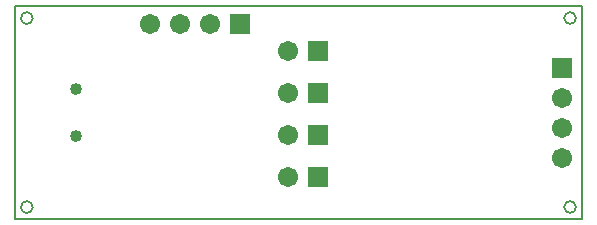
<source format=gbs>
%FSLAX25Y25*%
%MOIN*%
G70*
G01*
G75*
G04 Layer_Color=16711935*
%ADD10R,0.02756X0.03347*%
%ADD11O,0.08661X0.02362*%
%ADD12R,0.05118X0.03937*%
%ADD13R,0.02362X0.02362*%
%ADD14R,0.03347X0.02756*%
%ADD15R,0.01800X0.01200*%
%ADD16R,0.03400X0.01200*%
%ADD17R,0.01200X0.03400*%
%ADD18R,0.10236X0.10236*%
%ADD19R,0.07480X0.05512*%
%ADD20R,0.05315X0.01654*%
%ADD21R,0.02362X0.02362*%
%ADD22C,0.01000*%
%ADD23C,0.02000*%
%ADD24C,0.03000*%
%ADD25C,0.00800*%
%ADD26R,0.11500X0.04000*%
%ADD27R,0.07000X0.01500*%
%ADD28C,0.00500*%
%ADD29R,0.05906X0.05906*%
%ADD30C,0.05906*%
%ADD31R,0.05906X0.05906*%
%ADD32C,0.03228*%
%ADD33C,0.02000*%
%ADD34C,0.03000*%
%ADD35C,0.00984*%
%ADD36C,0.02362*%
%ADD37C,0.00600*%
%ADD38C,0.00787*%
%ADD39R,0.03556X0.04147*%
%ADD40O,0.09461X0.03162*%
%ADD41R,0.05918X0.04737*%
%ADD42R,0.03162X0.03162*%
%ADD43R,0.04147X0.03556*%
%ADD44R,0.02600X0.02000*%
%ADD45R,0.04400X0.02200*%
%ADD46R,0.02200X0.04400*%
%ADD47R,0.11236X0.11236*%
%ADD48R,0.08280X0.06312*%
%ADD49R,0.06115X0.02454*%
%ADD50R,0.03162X0.03162*%
%ADD51R,0.06706X0.06706*%
%ADD52C,0.06706*%
%ADD53R,0.06706X0.06706*%
%ADD54C,0.04028*%
D28*
X181008Y54063D02*
G03*
X181008Y54063I-1969J0D01*
G01*
Y-8929D02*
G03*
X181008Y-8929I-1969J0D01*
G01*
X-94D02*
G03*
X-94Y-8929I-1969J0D01*
G01*
Y54063D02*
G03*
X-94Y54063I-1969J0D01*
G01*
X-6000Y-12866D02*
X182976D01*
Y58000D01*
X-6000D02*
X182976D01*
X-6000Y-12866D02*
Y58000D01*
D51*
X176500Y37500D02*
D03*
D52*
Y27500D02*
D03*
Y17500D02*
D03*
Y7500D02*
D03*
X85000Y1000D02*
D03*
Y15000D02*
D03*
Y29000D02*
D03*
Y43000D02*
D03*
X39000Y52000D02*
D03*
X49000D02*
D03*
X59000D02*
D03*
D53*
X95000Y1000D02*
D03*
Y15000D02*
D03*
Y29000D02*
D03*
Y43000D02*
D03*
X69000Y52000D02*
D03*
D54*
X14433Y14693D02*
D03*
Y30441D02*
D03*
M02*

</source>
